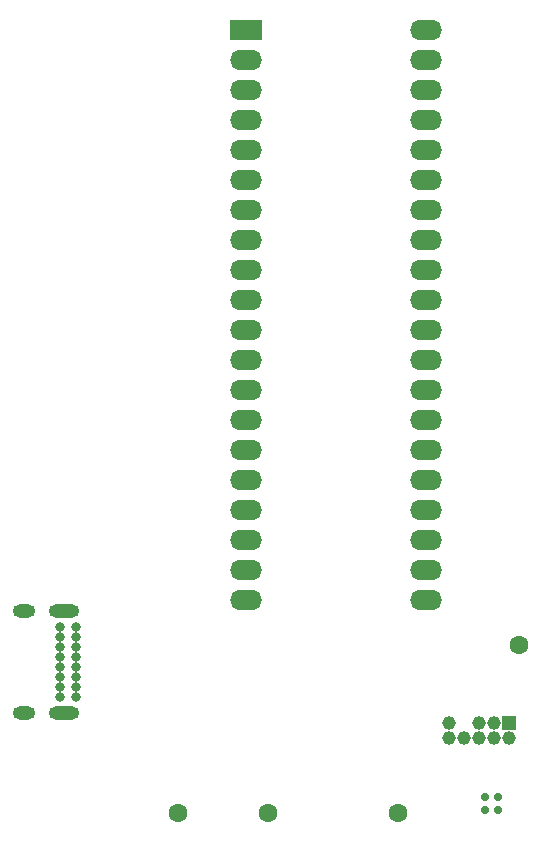
<source format=gbs>
G04*
G04 #@! TF.GenerationSoftware,Altium Limited,Altium Designer,19.1.8 (144)*
G04*
G04 Layer_Color=16711935*
%FSLAX25Y25*%
%MOIN*%
G70*
G01*
G75*
%ADD30O,0.10642X0.06706*%
%ADD31R,0.10642X0.06706*%
%ADD32R,0.04580X0.04580*%
%ADD33C,0.04580*%
%ADD34C,0.06312*%
%ADD35O,0.07493X0.04343*%
%ADD36O,0.10249X0.04343*%
%ADD37O,0.03359X0.03241*%
%ADD38C,0.02769*%
D30*
X320000Y252000D02*
D03*
Y262000D02*
D03*
Y272000D02*
D03*
Y282000D02*
D03*
Y292000D02*
D03*
Y302000D02*
D03*
Y312000D02*
D03*
Y322000D02*
D03*
Y332000D02*
D03*
Y342000D02*
D03*
Y352000D02*
D03*
Y362000D02*
D03*
Y372000D02*
D03*
Y382000D02*
D03*
Y392000D02*
D03*
Y402000D02*
D03*
Y412000D02*
D03*
Y422000D02*
D03*
Y432000D02*
D03*
Y442000D02*
D03*
X260000Y252000D02*
D03*
Y262000D02*
D03*
Y272000D02*
D03*
Y282000D02*
D03*
Y292000D02*
D03*
Y302000D02*
D03*
Y312000D02*
D03*
Y322000D02*
D03*
Y332000D02*
D03*
Y342000D02*
D03*
Y352000D02*
D03*
Y362000D02*
D03*
Y372000D02*
D03*
Y382000D02*
D03*
Y392000D02*
D03*
Y402000D02*
D03*
Y412000D02*
D03*
Y422000D02*
D03*
Y432000D02*
D03*
D31*
Y442000D02*
D03*
D32*
X347878Y211000D02*
D03*
D33*
Y206000D02*
D03*
X342878Y211000D02*
D03*
Y206000D02*
D03*
X337878Y211000D02*
D03*
Y206000D02*
D03*
X332878D02*
D03*
X327878Y211000D02*
D03*
Y206000D02*
D03*
D34*
X267500Y180762D02*
D03*
X237500D02*
D03*
X351000Y237000D02*
D03*
X310653Y180762D02*
D03*
D35*
X186149Y248355D02*
D03*
Y214299D02*
D03*
D36*
X199456D02*
D03*
Y248355D02*
D03*
D37*
X198000Y243040D02*
D03*
Y239693D02*
D03*
Y236347D02*
D03*
Y233000D02*
D03*
Y229654D02*
D03*
Y226307D02*
D03*
Y222961D02*
D03*
Y219614D02*
D03*
X203314D02*
D03*
Y222961D02*
D03*
Y226307D02*
D03*
Y229654D02*
D03*
Y233000D02*
D03*
Y236347D02*
D03*
Y239693D02*
D03*
Y243040D02*
D03*
D38*
X339713Y186165D02*
D03*
X344044D02*
D03*
X339713Y181835D02*
D03*
X344044D02*
D03*
M02*

</source>
